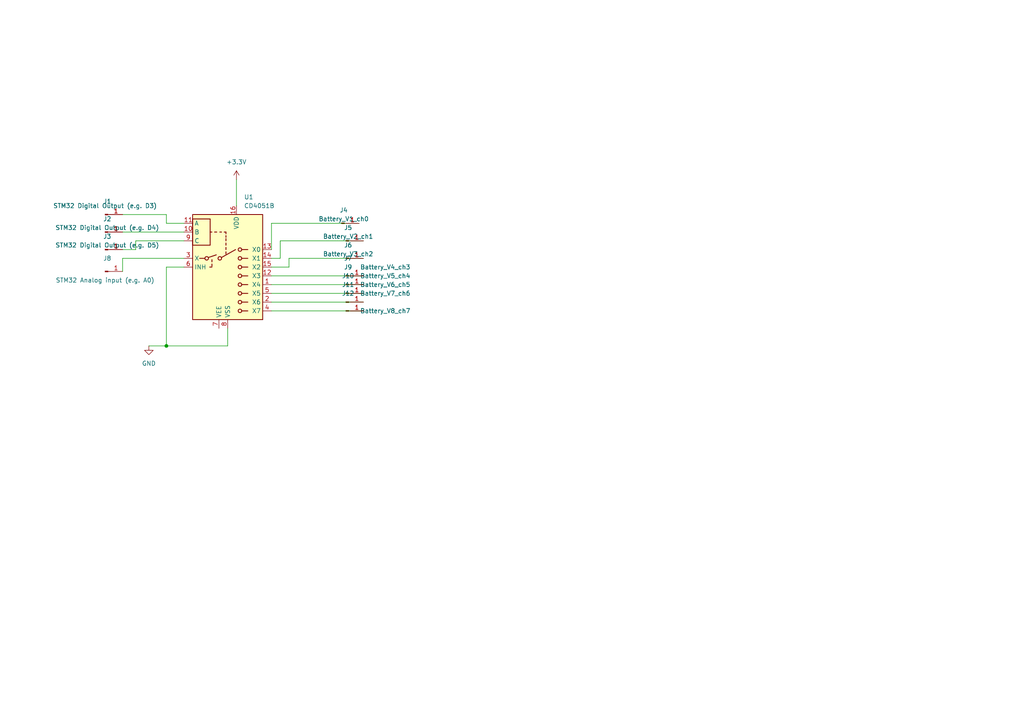
<source format=kicad_sch>
(kicad_sch (version 20230121) (generator eeschema)
  (paper "A4")
  (lib_symbols
    (symbol "Analog_Switch:CD4051B"
      (property "Reference" "U" (at -10.16 16.51 0))
      (property "Value" "CD4051B" (at 3.81 16.51 0))
      (symbol "CD4051B_0_1"
        (rectangle (start -10.16 6.35) (end -5.08 13.97) (stroke (width 0.254)))
        (rectangle (start -10.16 15.24) (end 10.16 -15.24) (stroke (width 0.254)) (fill (type background)))
        (circle (center -6.096 2.54) (radius 0.508) (stroke (width 0.254)))
        (circle (center -2.286 2.54) (radius 0.508) (stroke (width 0.254)))
        (polyline (pts (xy -8.128 2.54) (xy -6.604 2.54)) (stroke (width 0.254)))
        (polyline (pts (xy -5.588 2.794) (xy -3.302 3.556)) (stroke (width 0.254)))
        (polyline (pts (xy -4.572 0) (xy -5.207 0)) (stroke (width 0.254)))
        (polyline (pts (xy -4.572 0.254) (xy -4.572 0.889)) (stroke (width 0.254)))
        (polyline (pts (xy -4.572 1.524) (xy -4.572 2.159)) (stroke (width 0.254)))
        (polyline (pts (xy -4.572 10.16) (xy -5.08 10.16)) (stroke (width 0.254)))
        (polyline (pts (xy -3.81 10.16) (xy -3.175 10.16)) (stroke (width 0.254)))
        (polyline (pts (xy -1.778 2.794) (xy 2.286 5.08)) (stroke (width 0.254)))
        (polyline (pts (xy -1.778 10.16) (xy -2.286 10.16)) (stroke (width 0.254)))
        (polyline (pts (xy -0.508 3.81) (xy -0.508 4.445)) (stroke (width 0.254)))
        (polyline (pts (xy -0.508 5.08) (xy -0.508 5.715)) (stroke (width 0.254)))
        (polyline (pts (xy -0.508 6.35) (xy -0.508 6.985)) (stroke (width 0.254)))
        (polyline (pts (xy -0.508 7.62) (xy -0.508 8.255)) (stroke (width 0.254)))
        (polyline (pts (xy -0.508 8.636) (xy -0.508 9.144)) (stroke (width 0.254)))
        (polyline (pts (xy -0.508 9.652) (xy -0.508 10.16)) (stroke (width 0.254)))
        (polyline (pts (xy -0.508 10.16) (xy -1.016 10.16)) (stroke (width 0.254)))
        (polyline (pts (xy 4.064 -12.7) (xy 5.842 -12.7)) (stroke (width 0.254)))
        (polyline (pts (xy 4.064 -10.16) (xy 5.842 -10.16)) (stroke (width 0.254)))
        (polyline (pts (xy 4.064 -7.62) (xy 5.842 -7.62)) (stroke (width 0.254)))
        (polyline (pts (xy 4.064 -5.08) (xy 5.842 -5.08)) (stroke (width 0.254)))
        (polyline (pts (xy 4.064 -2.54) (xy 5.842 -2.54)) (stroke (width 0.254)))
        (polyline (pts (xy 4.064 0) (xy 5.842 0)) (stroke (width 0.254)))
        (polyline (pts (xy 4.064 2.54) (xy 5.842 2.54)) (stroke (width 0.254)))
        (polyline (pts (xy 4.064 5.08) (xy 5.842 5.08)) (stroke (width 0.254)))
        (circle (center 3.556 -12.7) (radius 0.508) (stroke (width 0.254)))
        (circle (center 3.556 -10.16) (radius 0.508) (stroke (width 0.254)))
        (circle (center 3.556 -7.62) (radius 0.508) (stroke (width 0.254)))
        (circle (center 3.556 -5.08) (radius 0.508) (stroke (width 0.254)))
        (circle (center 3.556 -2.54) (radius 0.508) (stroke (width 0.254)))
        (circle (center 3.556 0) (radius 0.508) (stroke (width 0.254)))
        (circle (center 3.556 2.54) (radius 0.508) (stroke (width 0.254)))
        (circle (center 3.556 5.08) (radius 0.508) (stroke (width 0.254)))
      )
      (symbol "CD4051B_1_1"
        (pin bidirectional line (at 12.7 -5.08 180) (length 2.54) (name "X4") (number "1"))
        (pin input line (at -12.7 10.16 0) (length 2.54) (name "B") (number "10"))
        (pin input line (at -12.7 12.7 0) (length 2.54) (name "A") (number "11"))
        (pin bidirectional line (at 12.7 -2.54 180) (length 2.54) (name "X3") (number "12"))
        (pin bidirectional line (at 12.7 5.08 180) (length 2.54) (name "X0") (number "13"))
        (pin bidirectional line (at 12.7 2.54 180) (length 2.54) (name "X1") (number "14"))
        (pin bidirectional line (at 12.7 0 180) (length 2.54) (name "X2") (number "15"))
        (pin power_in line (at 2.54 17.78 270) (length 2.54) (name "VDD") (number "16"))
        (pin bidirectional line (at 12.7 -10.16 180) (length 2.54) (name "X6") (number "2"))
        (pin bidirectional line (at -12.7 2.54 0) (length 2.54) (name "X") (number "3"))
        (pin bidirectional line (at 12.7 -12.7 180) (length 2.54) (name "X7") (number "4"))
        (pin bidirectional line (at 12.7 -7.62 180) (length 2.54) (name "X5") (number "5"))
        (pin input line (at -12.7 0 0) (length 2.54) (name "INH") (number "6"))
        (pin power_in line (at -2.54 -17.78 90) (length 2.54) (name "VEE") (number "7"))
        (pin power_in line (at 0 -17.78 90) (length 2.54) (name "VSS") (number "8"))
        (pin input line (at -12.7 7.62 0) (length 2.54) (name "C") (number "9"))
      )
    )
    (symbol "Connector:Conn_01x01_Pin" (pin_names (offset 1.016) hide)
      (property "Reference" "J" (at 0 2.54 0))
      (property "Value" "Conn_01x01_Pin" (at 0 -2.54 0))
      (symbol "Conn_01x01_Pin_1_1"
        (polyline (pts (xy 1.27 0) (xy 0.8636 0)) (stroke (width 0.1524)))
        (rectangle (start 0.8636 0.127) (end 0 -0.127) (stroke (width 0.1524)) (fill (type outline)))
        (pin passive line (at 5.08 0 180) (length 3.81) (name "Pin_1") (number "1"))
      )
    )
    (symbol "power:+3.3V" (power) (pin_names (offset 0))
      (property "Value" "+3.3V" (at 0 3.556 0))
      (symbol "+3.3V_0_1"
        (polyline (pts (xy -0.762 1.27) (xy 0 2.54)))
        (polyline (pts (xy 0 0) (xy 0 2.54)))
        (polyline (pts (xy 0 2.54) (xy 0.762 1.27)))
      )
      (symbol "+3.3V_1_1"
        (pin power_in line (at 0 0 90) (length 0) hide (name "+3.3V") (number "1"))
      )
    )
    (symbol "power:GND" (power) (pin_names (offset 0))
      (property "Value" "GND" (at 0 -3.81 0))
      (symbol "GND_0_1"
        (polyline (pts (xy 0 0) (xy 0 -1.27) (xy 1.27 -1.27) (xy 0 -2.54) (xy -1.27 -1.27) (xy 0 -1.27)))
      )
      (symbol "GND_1_1"
        (pin power_in line (at 0 0 270) (length 0) hide (name "GND") (number "1"))
      )
    )
  )
  (junction (at 48.26 100.33))
  (wire (pts (xy 35.56 74.93) (xy 35.56 78.74)))
  (wire (pts (xy 53.34 64.77) (xy 48.26 64.77)))
  (wire (pts (xy 39.37 69.85) (xy 39.37 72.39)))
  (wire (pts (xy 78.74 64.77) (xy 78.74 72.39)))
  (wire (pts (xy 48.26 77.47) (xy 48.26 100.33)))
  (wire (pts (xy 78.74 80.01) (xy 105.41 80.01)))
  (wire (pts (xy 105.41 74.93) (xy 83.82 74.93)))
  (wire (pts (xy 81.28 74.93) (xy 78.74 74.93)))
  (wire (pts (xy 83.82 74.93) (xy 83.82 77.47)))
  (wire (pts (xy 53.34 77.47) (xy 48.26 77.47)))
  (wire (pts (xy 78.74 85.09) (xy 105.41 85.09)))
  (wire (pts (xy 48.26 64.77) (xy 48.26 62.23)))
  (wire (pts (xy 78.74 87.63) (xy 105.41 87.63)))
  (wire (pts (xy 78.74 82.55) (xy 105.41 82.55)))
  (wire (pts (xy 83.82 77.47) (xy 78.74 77.47)))
  (wire (pts (xy 35.56 72.39) (xy 39.37 72.39)))
  (wire (pts (xy 53.34 74.93) (xy 35.56 74.93)))
  (wire (pts (xy 35.56 67.31) (xy 53.34 67.31)))
  (wire (pts (xy 53.34 69.85) (xy 39.37 69.85)))
  (wire (pts (xy 78.74 90.17) (xy 105.41 90.17)))
  (wire (pts (xy 43.18 100.33) (xy 48.26 100.33)))
  (wire (pts (xy 66.04 95.25) (xy 66.04 100.33)))
  (wire (pts (xy 48.26 62.23) (xy 35.56 62.23)))
  (wire (pts (xy 104.14 64.77) (xy 78.74 64.77)))
  (wire (pts (xy 66.04 100.33) (xy 48.26 100.33)))
  (wire (pts (xy 68.58 52.07) (xy 68.58 59.69)))
  (wire (pts (xy 81.28 69.85) (xy 81.28 74.93)))
  (wire (pts (xy 105.41 69.85) (xy 81.28 69.85)))
  (symbol (lib_id "Connector:Conn_01x01_Pin") (at 30.48 67.31 0) (unit 1)
    (property "Reference" "J2" (at 31.115 63.5 0))
    (property "Value" "STM32 Digital Output (e.g. D4)" (at 31.115 66.04 0))
  )
  (symbol (lib_id "Connector:Conn_01x01_Pin") (at 99.06 64.77 0) (unit 1)
    (property "Reference" "J4" (at 99.695 60.96 0))
    (property "Value" "Battery_V1_ch0" (at 99.695 63.5 0))
  )
  (symbol (lib_id "Connector:Conn_01x01_Pin") (at 30.48 72.39 0) (unit 1)
    (property "Reference" "J3" (at 31.115 68.58 0))
    (property "Value" "STM32 Digital Output (e.g. D5)" (at 31.115 71.12 0))
  )
  (symbol (lib_id "Connector:Conn_01x01_Pin") (at 30.48 78.74 0) (unit 1)
    (property "Reference" "J8" (at 31.115 74.93 0))
    (property "Value" "STM32 Analog input (e.g. A0)" (at 30.48 81.28 0))
  )
  (symbol (lib_id "Connector:Conn_01x01_Pin") (at 100.33 85.09 0) (unit 1)
    (property "Reference" "J10" (at 100.965 80.01 0))
    (property "Value" "Battery_V6_ch5" (at 111.76 82.55 0))
  )
  (symbol (lib_id "Connector:Conn_01x01_Pin") (at 30.48 62.23 0) (unit 1)
    (property "Reference" "J1" (at 31.115 58.42 0))
    (property "Value" "STM32 Digital Output (e.g. D3)" (at 30.48 59.69 0))
  )
  (symbol (lib_id "Connector:Conn_01x01_Pin") (at 100.33 82.55 0) (unit 1)
    (property "Reference" "J9" (at 100.965 77.47 0))
    (property "Value" "Battery_V5_ch4" (at 111.76 80.01 0))
  )
  (symbol (lib_id "Analog_Switch:CD4051B") (at 66.04 77.47 0) (unit 1)
    (property "Reference" "U1" (at 70.7741 57.15 0) (effects (justify left)))
    (property "Value" "CD4051B" (at 70.7741 59.69 0) (effects (justify left)))
    (property "Datasheet" "http://www.ti.com/lit/ds/symlink/cd4052b.pdf" (effects hide))
  )
  (symbol (lib_id "Connector:Conn_01x01_Pin") (at 100.33 74.93 0) (unit 1)
    (property "Reference" "J6" (at 100.965 71.12 0))
    (property "Value" "Battery_V3_ch2" (at 100.965 73.66 0))
  )
  (symbol (lib_id "power:+3.3V") (at 68.58 52.07 0) (unit 1)
    (property "Reference" "#PWR02" (effects hide))
    (property "Value" "+3.3V" (at 68.58 46.99 0))
  )
  (symbol (lib_id "Connector:Conn_01x01_Pin") (at 100.33 69.85 0) (unit 1)
    (property "Reference" "J5" (at 100.965 66.04 0))
    (property "Value" "Battery_V2_ch1" (at 100.965 68.58 0))
  )
  (symbol (lib_id "Connector:Conn_01x01_Pin") (at 100.33 87.63 0) (unit 1)
    (property "Reference" "J11" (at 100.965 82.55 0))
    (property "Value" "Battery_V7_ch6" (at 111.76 85.09 0))
  )
  (symbol (lib_id "Connector:Conn_01x01_Pin") (at 100.33 80.01 0) (unit 1)
    (property "Reference" "J7" (at 100.965 74.93 0))
    (property "Value" "Battery_V4_ch3" (at 111.76 77.47 0))
  )
  (symbol (lib_id "Connector:Conn_01x01_Pin") (at 100.33 90.17 0) (unit 1)
    (property "Reference" "J12" (at 100.965 85.09 0))
    (property "Value" "Battery_V8_ch7" (at 111.76 90.17 0))
  )
  (symbol (lib_id "power:GND") (at 43.18 100.33 0) (unit 1)
    (property "Reference" "#PWR01" (effects hide))
    (property "Value" "GND" (at 43.18 105.41 0))
  )
)
</source>
